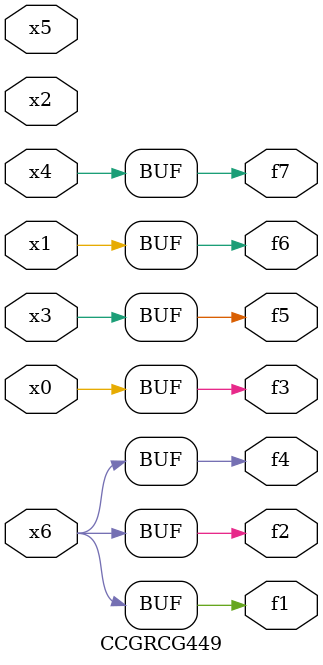
<source format=v>
module CCGRCG449(
	input x0, x1, x2, x3, x4, x5, x6,
	output f1, f2, f3, f4, f5, f6, f7
);
	assign f1 = x6;
	assign f2 = x6;
	assign f3 = x0;
	assign f4 = x6;
	assign f5 = x3;
	assign f6 = x1;
	assign f7 = x4;
endmodule

</source>
